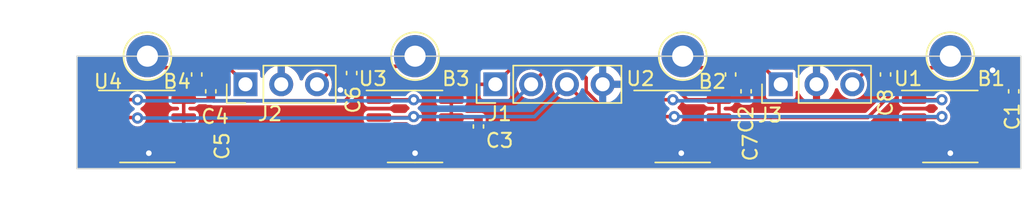
<source format=kicad_pcb>
(kicad_pcb (version 20210722) (generator pcbnew)
  (title_block (title "SDKK-LII-500-SB1") (date "2021-07-26") (rev "1") (company "FSCK.PL") (comment 1 "PCB thickness 0.6 mm"))
  (layers (0 "F.Cu" signal) (31 "B.Cu" signal) (34 "B.Paste" user) (35 "F.Paste" user) (36 "B.SilkS" user "B.Silkscreen") (37 "F.SilkS" user "F.Silkscreen") (38 "B.Mask" user) (39 "F.Mask" user) (44 "Edge.Cuts" user))
  (net 0 "")
  (net 1 "/SDA")
  (net 2 "/SCL")
  (net 3 "GND")
  (net 4 "VDD")
  (net 5 "Net-(J2-Pad1)")
  (net 6 "Net-(J2-Pad3)")
  (net 7 "Net-(J3-Pad1)")
  (net 8 "Net-(J3-Pad3)")
  (footprint "Connector_PinHeader_2.54mm:PinHeader_1x04_P2.54mm_Vertical" (layer "F.Cu") (at 129.7 102 90)
    (fp_text reference "J1" (at -2.1 0.3 180) (layer "F.SilkS"))
    (fp_text value "BUS" hide)
    (fp_line (start -1.33 0) (end -1.33 -1.33) (layer "F.SilkS") (width 0.12))
    (fp_line (start 1.33 1.27) (end 1.33 8.95) (layer "F.SilkS") (width 0.12))
    (fp_line (start -1.33 1.27) (end 1.33 1.27) (layer "F.SilkS") (width 0.12))
    (fp_line (start -1.33 1.27) (end -1.33 8.95) (layer "F.SilkS") (width 0.12))
    (fp_line (start -1.33 8.95) (end 1.33 8.95) (layer "F.SilkS") (width 0.12))
    (fp_line (start -1.33 -1.33) (end 0 -1.33) (layer "F.SilkS") (width 0.12))
    (pad "1" thru_hole rect locked (at 0 0 90) (size 1.7 1.7) (drill 1) (layers *.Cu *.Mask) (net 4 "VDD"))
    (pad "2" thru_hole oval locked (at 0 2.54 90) (size 1.7 1.7) (drill 1) (layers *.Cu *.Mask) (net 1 "/SDA"))
    (pad "3" thru_hole oval locked (at 0 5.08 90) (size 1.7 1.7) (drill 1) (layers *.Cu *.Mask) (net 2 "/SCL"))
    (pad "4" thru_hole oval locked (at 0 7.62 90) (size 1.7 1.7) (drill 1) (layers *.Cu *.Mask) (net 3 "GND"))
  )
  (footprint "TestPoint:TestPoint_Loop_D2.54mm_Drill1.5mm_Beaded" (layer "F.Cu") (at 143 100)
    (fp_text reference "TP2" hide)
    (fp_text value "B2" hide)
    (fp_circle (center 0 0) (end 1.7 0) (layer "F.SilkS") (width 0.12) (fill none))
    (pad "1" thru_hole circle locked (at 0 0) (size 3 3) (drill 1.5) (layers *.Cu *.Mask) (net 7 "Net-(J3-Pad1)"))
  )
  (footprint "Capacitor_SMD:C_0402_1005Metric" (layer "F.Cu") (at 119.5 101.2 90)
    (fp_text reference "C6" (at -1.9 0.1 90) (layer "F.SilkS"))
    (fp_text value "100n" hide)
    (fp_line (start -0.107836 -0.36) (end 0.107836 -0.36) (layer "F.SilkS") (width 0.12))
    (fp_line (start -0.107836 0.36) (end 0.107836 0.36) (layer "F.SilkS") (width 0.12))
    (pad "1" smd roundrect locked (at -0.48 0 90) (size 0.56 0.62) (layers "F.Cu" "F.Paste" "F.Mask") (net 3 "GND"))
    (pad "2" smd roundrect locked (at 0.48 0 90) (size 0.56 0.62) (layers "F.Cu" "F.Paste" "F.Mask") (net 6 "Net-(J2-Pad3)"))
  )
  (footprint "Connector_PinHeader_2.54mm:PinHeader_1x03_P2.54mm_Vertical" (layer "F.Cu") (at 111.96 102 90)
    (fp_text reference "J2" (at -2.1 1.74 180) (layer "F.SilkS"))
    (fp_text value "B4_B3" hide)
    (fp_line (start -1.33 1.27) (end -1.33 6.41) (layer "F.SilkS") (width 0.12))
    (fp_line (start -1.33 -1.33) (end 0 -1.33) (layer "F.SilkS") (width 0.12))
    (fp_line (start -1.33 1.27) (end 1.33 1.27) (layer "F.SilkS") (width 0.12))
    (fp_line (start 1.33 1.27) (end 1.33 6.41) (layer "F.SilkS") (width 0.12))
    (fp_line (start -1.33 0) (end -1.33 -1.33) (layer "F.SilkS") (width 0.12))
    (fp_line (start -1.33 6.41) (end 1.33 6.41) (layer "F.SilkS") (width 0.12))
    (pad "1" thru_hole rect locked (at 0 0 90) (size 1.7 1.7) (drill 1) (layers *.Cu *.Mask) (net 5 "Net-(J2-Pad1)"))
    (pad "2" thru_hole oval locked (at 0 2.54 90) (size 1.7 1.7) (drill 1) (layers *.Cu *.Mask) (net 3 "GND"))
    (pad "3" thru_hole oval locked (at 0 5.08 90) (size 1.7 1.7) (drill 1) (layers *.Cu *.Mask) (net 6 "Net-(J2-Pad3)"))
  )
  (footprint "Capacitor_SMD:C_0402_1005Metric" (layer "F.Cu") (at 146.4 101.3 -90)
    (fp_text reference "C7" (at 5.2 -1.4 90) (layer "F.SilkS"))
    (fp_text value "100n" hide)
    (fp_line (start -0.107836 -0.36) (end 0.107836 -0.36) (layer "F.SilkS") (width 0.12))
    (fp_line (start -0.107836 0.36) (end 0.107836 0.36) (layer "F.SilkS") (width 0.12))
    (pad "1" smd roundrect locked (at -0.48 0 270) (size 0.56 0.62) (layers "F.Cu" "F.Paste" "F.Mask") (net 7 "Net-(J3-Pad1)"))
    (pad "2" smd roundrect locked (at 0.48 0 270) (size 0.56 0.62) (layers "F.Cu" "F.Paste" "F.Mask") (net 3 "GND"))
  )
  (footprint "Package_SO:SO-8_3.9x4.9mm_P1.27mm" (layer "F.Cu") (at 124 105)
    (fp_text reference "U3" (at -3 -3.4) (layer "F.SilkS"))
    (fp_text value "TMP75" hide)
    (fp_line (start 0 2.56) (end 1.95 2.56) (layer "F.SilkS") (width 0.12))
    (fp_line (start 0 2.56) (end -1.95 2.56) (layer "F.SilkS") (width 0.12))
    (fp_line (start 0 -2.56) (end -3.45 -2.56) (layer "F.SilkS") (width 0.12))
    (fp_line (start 0 -2.56) (end 1.95 -2.56) (layer "F.SilkS") (width 0.12))
    (pad "1" smd roundrect locked (at -2.575 -1.905) (size 1.75 0.6) (layers "F.Cu" "F.Paste" "F.Mask") (net 1 "/SDA"))
    (pad "2" smd roundrect locked (at -2.575 -0.635) (size 1.75 0.6) (layers "F.Cu" "F.Paste" "F.Mask") (net 2 "/SCL"))
    (pad "3" smd roundrect locked (at -2.575 0.635) (size 1.75 0.6) (layers "F.Cu" "F.Paste" "F.Mask"))
    (pad "4" smd roundrect locked (at -2.575 1.905) (size 1.75 0.6) (layers "F.Cu" "F.Paste" "F.Mask") (net 3 "GND"))
    (pad "5" smd roundrect locked (at 2.575 1.905) (size 1.75 0.6) (layers "F.Cu" "F.Paste" "F.Mask") (net 3 "GND"))
    (pad "6" smd roundrect locked (at 2.575 0.635) (size 1.75 0.6) (layers "F.Cu" "F.Paste" "F.Mask") (net 4 "VDD"))
    (pad "7" smd roundrect locked (at 2.575 -0.635) (size 1.75 0.6) (layers "F.Cu" "F.Paste" "F.Mask") (net 4 "VDD"))
    (pad "8" smd roundrect locked (at 2.575 -1.905) (size 1.75 0.6) (layers "F.Cu" "F.Paste" "F.Mask") (net 4 "VDD"))
  )
  (footprint "TestPoint:TestPoint_Loop_D2.54mm_Drill1.5mm_Beaded" (layer "F.Cu") (at 105 100)
    (fp_text reference "TP4" hide)
    (fp_text value "B4" hide)
    (fp_circle (center 0 0) (end 1.7 0) (layer "F.SilkS") (width 0.12) (fill none))
    (pad "1" thru_hole circle locked (at 0 0) (size 3 3) (drill 1.5) (layers *.Cu *.Mask) (net 5 "Net-(J2-Pad1)"))
  )
  (footprint "Capacitor_SMD:C_0402_1005Metric" (layer "F.Cu") (at 166.5 102.5 90)
    (fp_text reference "C1" (at -1.8 -0.1 90) (layer "F.SilkS"))
    (fp_text value "100n" hide)
    (fp_line (start -0.107836 0.36) (end 0.107836 0.36) (layer "F.SilkS") (width 0.12))
    (fp_line (start -0.107836 -0.36) (end 0.107836 -0.36) (layer "F.SilkS") (width 0.12))
    (pad "1" smd roundrect locked (at -0.48 0 90) (size 0.56 0.62) (layers "F.Cu" "F.Paste" "F.Mask") (net 4 "VDD"))
    (pad "2" smd roundrect locked (at 0.48 0 90) (size 0.56 0.62) (layers "F.Cu" "F.Paste" "F.Mask") (net 3 "GND"))
  )
  (footprint "Capacitor_SMD:C_0402_1005Metric" (layer "F.Cu") (at 128.5 105 -90)
    (fp_text reference "C3" (at 1 -1.5 180) (layer "F.SilkS"))
    (fp_text value "100n" hide)
    (fp_line (start -0.107836 -0.36) (end 0.107836 -0.36) (layer "F.SilkS") (width 0.12))
    (fp_line (start -0.107836 0.36) (end 0.107836 0.36) (layer "F.SilkS") (width 0.12))
    (pad "1" smd roundrect locked (at -0.48 0 270) (size 0.56 0.62) (layers "F.Cu" "F.Paste" "F.Mask") (net 4 "VDD"))
    (pad "2" smd roundrect locked (at 0.48 0 270) (size 0.56 0.62) (layers "F.Cu" "F.Paste" "F.Mask") (net 3 "GND"))
  )
  (footprint "Package_SO:SO-8_3.9x4.9mm_P1.27mm" (layer "F.Cu") (at 143 105)
    (fp_text reference "U2" (at -3 -3.4) (layer "F.SilkS"))
    (fp_text value "TMP75" hide)
    (fp_line (start 0 2.56) (end -1.95 2.56) (layer "F.SilkS") (width 0.12))
    (fp_line (start 0 -2.56) (end -3.45 -2.56) (layer "F.SilkS") (width 0.12))
    (fp_line (start 0 -2.56) (end 1.95 -2.56) (layer "F.SilkS") (width 0.12))
    (fp_line (start 0 2.56) (end 1.95 2.56) (layer "F.SilkS") (width 0.12))
    (pad "1" smd roundrect locked (at -2.575 -1.905) (size 1.75 0.6) (layers "F.Cu" "F.Paste" "F.Mask") (net 1 "/SDA"))
    (pad "2" smd roundrect locked (at -2.575 -0.635) (size 1.75 0.6) (layers "F.Cu" "F.Paste" "F.Mask") (net 2 "/SCL"))
    (pad "3" smd roundrect locked (at -2.575 0.635) (size 1.75 0.6) (layers "F.Cu" "F.Paste" "F.Mask"))
    (pad "4" smd roundrect locked (at -2.575 1.905) (size 1.75 0.6) (layers "F.Cu" "F.Paste" "F.Mask") (net 3 "GND"))
    (pad "5" smd roundrect locked (at 2.575 1.905) (size 1.75 0.6) (layers "F.Cu" "F.Paste" "F.Mask") (net 3 "GND"))
    (pad "6" smd roundrect locked (at 2.575 0.635) (size 1.75 0.6) (layers "F.Cu" "F.Paste" "F.Mask") (net 3 "GND"))
    (pad "7" smd roundrect locked (at 2.575 -0.635) (size 1.75 0.6) (layers "F.Cu" "F.Paste" "F.Mask") (net 4 "VDD"))
    (pad "8" smd roundrect locked (at 2.575 -1.905) (size 1.75 0.6) (layers "F.Cu" "F.Paste" "F.Mask") (net 4 "VDD"))
  )
  (footprint "Capacitor_SMD:C_0402_1005Metric" (layer "F.Cu") (at 147.5 102.5 90)
    (fp_text reference "C2" (at -2 0 90) (layer "F.SilkS"))
    (fp_text value "100n" hide)
    (fp_line (start -0.107836 0.36) (end 0.107836 0.36) (layer "F.SilkS") (width 0.12))
    (fp_line (start -0.107836 -0.36) (end 0.107836 -0.36) (layer "F.SilkS") (width 0.12))
    (pad "1" smd roundrect locked (at -0.48 0 90) (size 0.56 0.62) (layers "F.Cu" "F.Paste" "F.Mask") (net 4 "VDD"))
    (pad "2" smd roundrect locked (at 0.48 0 90) (size 0.56 0.62) (layers "F.Cu" "F.Paste" "F.Mask") (net 3 "GND"))
  )
  (footprint "Package_SO:SO-8_3.9x4.9mm_P1.27mm" (layer "F.Cu") (at 105 105)
    (fp_text reference "U4" (at -2.8 -3.2) (layer "F.SilkS"))
    (fp_text value "TMP75" hide)
    (fp_line (start 0 2.56) (end 1.95 2.56) (layer "F.SilkS") (width 0.12))
    (fp_line (start 0 -2.56) (end 1.95 -2.56) (layer "F.SilkS") (width 0.12))
    (fp_line (start 0 2.56) (end -1.95 2.56) (layer "F.SilkS") (width 0.12))
    (fp_line (start 0 -2.56) (end -3.45 -2.56) (layer "F.SilkS") (width 0.12))
    (pad "1" smd roundrect locked (at -2.575 -1.905) (size 1.75 0.6) (layers "F.Cu" "F.Paste" "F.Mask") (net 1 "/SDA"))
    (pad "2" smd roundrect locked (at -2.575 -0.635) (size 1.75 0.6) (layers "F.Cu" "F.Paste" "F.Mask") (net 2 "/SCL"))
    (pad "3" smd roundrect locked (at -2.575 0.635) (size 1.75 0.6) (layers "F.Cu" "F.Paste" "F.Mask"))
    (pad "4" smd roundrect locked (at -2.575 1.905) (size 1.75 0.6) (layers "F.Cu" "F.Paste" "F.Mask") (net 3 "GND"))
    (pad "5" smd roundrect locked (at 2.575 1.905) (size 1.75 0.6) (layers "F.Cu" "F.Paste" "F.Mask") (net 4 "VDD"))
    (pad "6" smd roundrect locked (at 2.575 0.635) (size 1.75 0.6) (layers "F.Cu" "F.Paste" "F.Mask") (net 4 "VDD"))
    (pad "7" smd roundrect locked (at 2.575 -0.635) (size 1.75 0.6) (layers "F.Cu" "F.Paste" "F.Mask") (net 4 "VDD"))
    (pad "8" smd roundrect locked (at 2.575 -1.905) (size 1.75 0.6) (layers "F.Cu" "F.Paste" "F.Mask") (net 4 "VDD"))
  )
  (footprint "TestPoint:TestPoint_Loop_D2.54mm_Drill1.5mm_Beaded" (layer "F.Cu") (at 124 100)
    (fp_text reference "TP3" hide)
    (fp_text value "B3" hide)
    (fp_circle (center 0 0) (end 1.7 0) (layer "F.SilkS") (width 0.12) (fill none))
    (pad "1" thru_hole circle locked (at 0 0) (size 3 3) (drill 1.5) (layers *.Cu *.Mask) (net 6 "Net-(J2-Pad3)"))
  )
  (footprint "Capacitor_SMD:C_0402_1005Metric" (layer "F.Cu") (at 108.5 101.3 90)
    (fp_text reference "C5" (at -5.1 1.8 90) (layer "F.SilkS"))
    (fp_text value "100n" hide)
    (fp_line (start -0.107836 -0.36) (end 0.107836 -0.36) (layer "F.SilkS") (width 0.12))
    (fp_line (start -0.107836 0.36) (end 0.107836 0.36) (layer "F.SilkS") (width 0.12))
    (pad "1" smd roundrect locked (at -0.48 0 90) (size 0.56 0.62) (layers "F.Cu" "F.Paste" "F.Mask") (net 3 "GND"))
    (pad "2" smd roundrect locked (at 0.48 0 90) (size 0.56 0.62) (layers "F.Cu" "F.Paste" "F.Mask") (net 5 "Net-(J2-Pad1)"))
  )
  (footprint "Connector_PinHeader_2.54mm:PinHeader_1x03_P2.54mm_Vertical" (layer "F.Cu") (at 149.96 102 90)
    (fp_text reference "J3" (at -2.2 -0.76 180) (layer "F.SilkS"))
    (fp_text value "B2_B1" hide)
    (fp_line (start -1.33 0) (end -1.33 -1.33) (layer "F.SilkS") (width 0.12))
    (fp_line (start -1.33 6.41) (end 1.33 6.41) (layer "F.SilkS") (width 0.12))
    (fp_line (start -1.33 1.27) (end 1.33 1.27) (layer "F.SilkS") (width 0.12))
    (fp_line (start -1.33 1.27) (end -1.33 6.41) (layer "F.SilkS") (width 0.12))
    (fp_line (start -1.33 -1.33) (end 0 -1.33) (layer "F.SilkS") (width 0.12))
    (fp_line (start 1.33 1.27) (end 1.33 6.41) (layer "F.SilkS") (width 0.12))
    (pad "1" thru_hole rect locked (at 0 0 90) (size 1.7 1.7) (drill 1) (layers *.Cu *.Mask) (net 7 "Net-(J3-Pad1)"))
    (pad "2" thru_hole oval locked (at 0 2.54 90) (size 1.7 1.7) (drill 1) (layers *.Cu *.Mask) (net 3 "GND"))
    (pad "3" thru_hole oval locked (at 0 5.08 90) (size 1.7 1.7) (drill 1) (layers *.Cu *.Mask) (net 8 "Net-(J3-Pad3)"))
  )
  (footprint "Package_SO:SO-8_3.9x4.9mm_P1.27mm" (layer "F.Cu") (at 162 105)
    (fp_text reference "U1" (at -3 -3.4) (layer "F.SilkS"))
    (fp_text value "TMP75" hide)
    (fp_line (start 0 -2.56) (end -3.45 -2.56) (layer "F.SilkS") (width 0.12))
    (fp_line (start 0 2.56) (end 1.95 2.56) (layer "F.SilkS") (width 0.12))
    (fp_line (start 0 -2.56) (end 1.95 -2.56) (layer "F.SilkS") (width 0.12))
    (fp_line (start 0 2.56) (end -1.95 2.56) (layer "F.SilkS") (width 0.12))
    (pad "1" smd roundrect locked (at -2.575 -1.905) (size 1.75 0.6) (layers "F.Cu" "F.Paste" "F.Mask") (net 1 "/SDA"))
    (pad "2" smd roundrect locked (at -2.575 -0.635) (size 1.75 0.6) (layers "F.Cu" "F.Paste" "F.Mask") (net 2 "/SCL"))
    (pad "3" smd roundrect locked (at -2.575 0.635) (size 1.75 0.6) (layers "F.Cu" "F.Paste" "F.Mask"))
    (pad "4" smd roundrect locked (at -2.575 1.905) (size 1.75 0.6) (layers "F.Cu" "F.Paste" "F.Mask") (net 3 "GND"))
    (pad "5" smd roundrect locked (at 2.575 1.905) (size 1.75 0.6) (layers "F.Cu" "F.Paste" "F.Mask") (net 3 "GND"))
    (pad "6" smd roundrect locked (at 2.575 0.635) (size 1.75 0.6) (layers "F.Cu" "F.Paste" "F.Mask") (net 3 "GND"))
    (pad "7" smd roundrect locked (at 2.575 -0.635) (size 1.75 0.6) (layers "F.Cu" "F.Paste" "F.Mask") (net 3 "GND"))
    (pad "8" smd roundrect locked (at 2.575 -1.905) (size 1.75 0.6) (layers "F.Cu" "F.Paste" "F.Mask") (net 4 "VDD"))
  )
  (footprint "Capacitor_SMD:C_0402_1005Metric" (layer "F.Cu") (at 157.4 101.3 -90)
    (fp_text reference "C8" (at 2 0 90) (layer "F.SilkS"))
    (fp_text value "100n" hide)
    (fp_line (start -0.107836 -0.36) (end 0.107836 -0.36) (layer "F.SilkS") (width 0.12))
    (fp_line (start -0.107836 0.36) (end 0.107836 0.36) (layer "F.SilkS") (width 0.12))
    (pad "1" smd roundrect locked (at -0.48 0 270) (size 0.56 0.62) (layers "F.Cu" "F.Paste" "F.Mask") (net 8 "Net-(J3-Pad3)"))
    (pad "2" smd roundrect locked (at 0.48 0 270) (size 0.56 0.62) (layers "F.Cu" "F.Paste" "F.Mask") (net 3 "GND"))
  )
  (footprint "TestPoint:TestPoint_Loop_D2.54mm_Drill1.5mm_Beaded" (layer "F.Cu") (at 162 100)
    (fp_text reference "TP1" hide)
    (fp_text value "B1" hide)
    (fp_circle (center 0 0) (end 1.7 0) (layer "F.SilkS") (width 0.12) (fill none))
    (pad "1" thru_hole circle locked (at 0 0) (size 3 3) (drill 1.5) (layers *.Cu *.Mask) (net 8 "Net-(J3-Pad3)"))
  )
  (footprint "Capacitor_SMD:C_0402_1005Metric" (layer "F.Cu") (at 109.5 102.5 90)
    (fp_text reference "C4" (at -1.8 0.3 180) (layer "F.SilkS"))
    (fp_text value "100n" hide)
    (fp_line (start -0.107836 0.36) (end 0.107836 0.36) (layer "F.SilkS") (width 0.12))
    (fp_line (start -0.107836 -0.36) (end 0.107836 -0.36) (layer "F.SilkS") (width 0.12))
    (pad "1" smd roundrect locked (at -0.48 0 90) (size 0.56 0.62) (layers "F.Cu" "F.Paste" "F.Mask") (net 4 "VDD"))
    (pad "2" smd roundrect locked (at 0.48 0 90) (size 0.56 0.62) (layers "F.Cu" "F.Paste" "F.Mask") (net 3 "GND"))
  )
  (gr_rect (start 100 100) (end 167 108) (layer "Edge.Cuts") (width 0.1) (fill none))
  (gr_text "B3" (at 126.9 101.6) (layer "F.SilkS") (effects (font (size 1 1))))
  (gr_text "B1" (at 164.9 101.6) (layer "F.SilkS") (effects (font (size 1 1))))
  (gr_text "B2" (at 145.1 101.8) (layer "F.SilkS") (effects (font (size 1 1))))
  (gr_text "B4" (at 107.1 101.8) (layer "F.SilkS") (effects (font (size 1 1))))
  (segment (start 133.414511 100.825489) (end 132.24 102) (width 0.25) (layer "F.Cu") (net 1))
  (segment (start 123.9 103.1) (end 121.43 103.1) (width 0.25) (layer "F.Cu") (net 1))
  (segment (start 161.395 103.095) (end 161.4 103.1) (width 0.25) (layer "F.Cu") (net 1))
  (segment (start 140.425 103.095) (end 140.125 103.395) (width 0.25) (layer "F.Cu") (net 1))
  (segment (start 121.43 103.1) (end 121.425 103.095) (width 0.25) (layer "F.Cu") (net 1))
  (segment (start 140.43 103.1) (end 140.425 103.095) (width 0.25) (layer "F.Cu") (net 1))
  (segment (start 102.425 103.095) (end 104.295 103.095) (width 0.25) (layer "F.Cu") (net 1))
  (segment (start 136.145489 102.486499) (end 136.145489 101.545489) (width 0.25) (layer "F.Cu") (net 1))
  (segment (start 104.295 103.095) (end 104.3 103.1) (width 0.25) (layer "F.Cu") (net 1))
  (segment (start 137.05399 103.395) (end 136.145489 102.486499) (width 0.25) (layer "F.Cu") (net 1))
  (segment (start 135.425489 100.825489) (end 133.414511 100.825489) (width 0.25) (layer "F.Cu") (net 1))
  (segment (start 140.125 103.395) (end 137.05399 103.395) (width 0.25) (layer "F.Cu") (net 1))
  (segment (start 136.145489 101.545489) (end 135.425489 100.825489) (width 0.25) (layer "F.Cu") (net 1))
  (segment (start 159.425 103.095) (end 161.395 103.095) (width 0.25) (layer "F.Cu") (net 1))
  (segment (start 142.3 103.1) (end 140.43 103.1) (width 0.25) (layer "F.Cu") (net 1))
  (via (at 123.9 103.1) (size 0.8) (drill 0.4) (layers "F.Cu" "B.Cu") (net 1))
  (via (at 104.3 103.1) (size 0.8) (drill 0.4) (layers "F.Cu" "B.Cu") (net 1))
  (via (at 161.4 103.1) (size 0.8) (drill 0.4) (layers "F.Cu" "B.Cu") (net 1))
  (via (at 142.3 103.1) (size 0.8) (drill 0.4) (layers "F.Cu" "B.Cu") (net 1))
  (segment (start 131.065489 103.174511) (end 132.24 102) (width 0.25) (layer "B.Cu") (net 1))
  (segment (start 123.825489 103.174511) (end 123.9 103.1) (width 0.25) (layer "B.Cu") (net 1))
  (segment (start 123.974511 103.174511) (end 131.065489 103.174511) (width 0.25) (layer "B.Cu") (net 1))
  (segment (start 161.4 103.1) (end 161.325489 103.174511) (width 0.25) (layer "B.Cu") (net 1))
  (segment (start 104.3 103.1) (end 104.374511 103.174511) (width 0.25) (layer "B.Cu") (net 1))
  (segment (start 104.374511 103.174511) (end 123.825489 103.174511) (width 0.25) (layer "B.Cu") (net 1))
  (segment (start 123.9 103.1) (end 123.974511 103.174511) (width 0.25) (layer "B.Cu") (net 1))
  (segment (start 142.374511 103.174511) (end 142.3 103.1) (width 0.25) (layer "B.Cu") (net 1))
  (segment (start 161.325489 103.174511) (end 142.374511 103.174511) (width 0.25) (layer "B.Cu") (net 1))
  (segment (start 102.425 104.365) (end 104.265 104.365) (width 0.25) (layer "F.Cu") (net 2))
  (segment (start 140.49 104.3) (end 140.425 104.365) (width 0.25) (layer "F.Cu") (net 2))
  (segment (start 142.4 104.3) (end 140.49 104.3) (width 0.25) (layer "F.Cu") (net 2))
  (segment (start 159.425 104.365) (end 161.335 104.365) (width 0.25) (layer "F.Cu") (net 2))
  (segment (start 123.835 104.365) (end 121.425 104.365) (width 0.25) (layer "F.Cu") (net 2))
  (segment (start 104.265 104.365) (end 104.3 104.4) (width 0.25) (layer "F.Cu") (net 2))
  (segment (start 140.425 104.365) (end 137.145 104.365) (width 0.25) (layer "F.Cu") (net 2))
  (segment (start 161.335 104.365) (end 161.4 104.3) (width 0.25) (layer "F.Cu") (net 2))
  (segment (start 137.145 104.365) (end 134.78 102) (width 0.25) (layer "F.Cu") (net 2))
  (segment (start 123.9 104.3) (end 123.835 104.365) (width 0.25) (layer "F.Cu") (net 2))
  (via (at 142.4 104.3) (size 0.8) (drill 0.4) (layers "F.Cu" "B.Cu") (net 2))
  (via (at 123.9 104.3) (size 0.8) (drill 0.4) (layers "F.Cu" "B.Cu") (net 2))
  (via (at 161.4 104.3) (size 0.8) (drill 0.4) (layers "F.Cu" "B.Cu") (net 2))
  (via (at 104.3 104.4) (size 0.8) (drill 0.4) (layers "F.Cu" "B.Cu") (net 2))
  (segment (start 123.9 104.3) (end 132.48 104.3) (width 0.25) (layer "B.Cu") (net 2))
  (segment (start 132.48 104.3) (end 134.78 102) (width 0.25) (layer "B.Cu") (net 2))
  (segment (start 161.4 104.3) (end 142.4 104.3) (width 0.25) (layer "B.Cu") (net 2))
  (segment (start 123.8 104.4) (end 123.9 104.3) (width 0.25) (layer "B.Cu") (net 2))
  (segment (start 104.3 104.4) (end 123.8 104.4) (width 0.25) (layer "B.Cu") (net 2))
  (segment (start 147.26 101.78) (end 147.5 102.02) (width 0.25) (layer "F.Cu") (net 3))
  (via (at 105.1 106.9) (size 0.8) (drill 0.4) (layers "F.Cu" "B.Cu") (net 3))
  (via (at 165 101) (size 0.8) (drill 0.4) (layers "F.Cu" "B.Cu") (net 3))
  (via (at 142.9 106.9) (size 0.8) (drill 0.4) (layers "F.Cu" "B.Cu") (net 3))
  (via (at 118.7 102.4) (size 0.8) (drill 0.4) (layers "F.Cu" "B.Cu") (net 3))
  (via (at 124 106.9) (size 0.8) (drill 0.4) (layers "F.Cu" "B.Cu") (net 3))
  (via (at 162 106.9) (size 0.8) (drill 0.4) (layers "F.Cu" "B.Cu") (net 3))
  (segment (start 131.324031 100.375969) (end 140.600583 100.375969) (width 0.25) (layer "F.Cu") (net 4))
  (segment (start 140.600583 100.375969) (end 143.319614 103.095) (width 0.25) (layer "F.Cu") (net 4))
  (segment (start 163.68 102.2) (end 158.3 102.2) (width 0.25) (layer "F.Cu") (net 4))
  (segment (start 166.385 103.095) (end 166.5 102.98) (width 0.25) (layer "F.Cu") (net 4))
  (segment (start 125.48 102) (end 129.7 102) (width 0.25) (layer "F.Cu") (net 4))
  (segment (start 126.575 104.365) (end 128.345 104.365) (width 0.25) (layer "F.Cu") (net 4))
  (segment (start 143.319614 103.095) (end 145.575 103.095) (width 0.25) (layer "F.Cu") (net 4))
  (segment (start 128.345 104.365) (end 128.5 104.52) (width 0.25) (layer "F.Cu") (net 4))
  (segment (start 126.575 103.095) (end 126.575 104.365) (width 0.25) (layer "F.Cu") (net 4))
  (segment (start 158.3 102.2) (end 156.135 104.365) (width 0.25) (layer "F.Cu") (net 4))
  (segment (start 164.575 103.095) (end 166.385 103.095) (width 0.25) (layer "F.Cu") (net 4))
  (segment (start 107.575 104.365) (end 107.575 103.095) (width 0.25) (layer "F.Cu") (net 4))
  (segment (start 107.575 105.635) (end 107.575 104.365) (width 0.25) (layer "F.Cu") (net 4))
  (segment (start 125.48 102) (end 126.575 103.095) (width 0.25) (layer "F.Cu") (net 4))
  (segment (start 145.575 103.095) (end 145.575 104.365) (width 0.25) (layer "F.Cu") (net 4))
  (segment (start 107.575 105.635) (end 107.575 106.905) (width 0.25) (layer "F.Cu") (net 4))
  (segment (start 119.025489 103.174511) (end 120.2 102) (width 0.25) (layer "F.Cu") (net 4))
  (segment (start 120.2 102) (end 125.48 102) (width 0.25) (layer "F.Cu") (net 4))
  (segment (start 107.575 103.095) (end 109.385 103.095) (width 0.25) (layer "F.Cu") (net 4))
  (segment (start 109.694511 103.174511) (end 119.025489 103.174511) (width 0.25) (layer "F.Cu") (net 4))
  (segment (start 156.135 104.365) (end 145.575 104.365) (width 0.25) (layer "F.Cu") (net 4))
  (segment (start 109.385 103.095) (end 109.5 102.98) (width 0.25) (layer "F.Cu") (net 4))
  (segment (start 145.69 102.98) (end 145.575 103.095) (width 0.25) (layer "F.Cu") (net 4))
  (segment (start 129.7 102) (end 131.324031 100.375969) (width 0.25) (layer "F.Cu") (net 4))
  (segment (start 126.575 105.635) (end 126.575 104.365) (width 0.25) (layer "F.Cu") (net 4))
  (segment (start 109.5 102.98) (end 109.694511 103.174511) (width 0.25) (layer "F.Cu") (net 4))
  (segment (start 147.5 102.98) (end 145.69 102.98) (width 0.25) (layer "F.Cu") (net 4))
  (segment (start 164.575 103.095) (end 163.68 102.2) (width 0.25) (layer "F.Cu") (net 4))
  (segment (start 110.78 100.82) (end 108.5 100.82) (width 0.25) (layer "F.Cu") (net 5))
  (segment (start 108.5 100.82) (end 105.69498 100.82) (width 0.25) (layer "F.Cu") (net 5))
  (segment (start 111.96 102) (end 110.78 100.82) (width 0.25) (layer "F.Cu") (net 5))
  (segment (start 105.69498 100.82) (end 105 100.12502) (width 0.25) (layer "F.Cu") (net 5))
  (segment (start 118.34 100.7) (end 119.1 100.7) (width 0.25) (layer "F.Cu") (net 6))
  (segment (start 119.5 100.72) (end 123.40502 100.72) (width 0.25) (layer "F.Cu") (net 6))
  (segment (start 117.04 102) (end 118.34 100.7) (width 0.25) (layer "F.Cu") (net 6))
  (segment (start 119.5 100.72) (end 119.12 100.72) (width 0.25) (layer "F.Cu") (net 6))
  (segment (start 119.12 100.72) (end 119.1 100.7) (width 0.25) (layer "F.Cu") (net 6))
  (segment (start 123.40502 100.72) (end 124 100.12502) (width 0.25) (layer "F.Cu") (net 6))
  (segment (start 119.5 100.72) (end 119.5 100.71004) (width 0.25) (layer "F.Cu") (net 6))
  (segment (start 148.78 100.82) (end 146.4 100.82) (width 0.25) (layer "F.Cu") (net 7))
  (segment (start 143.69498 100.82) (end 143 100.12502) (width 0.25) (layer "F.Cu") (net 7))
  (segment (start 146.4 100.82) (end 143.69498 100.82) (width 0.25) (layer "F.Cu") (net 7))
  (segment (start 149.96 102) (end 148.78 100.82) (width 0.25) (layer "F.Cu") (net 7))
  (segment (start 157.4 100.82) (end 161.30502 100.82) (width 0.25) (layer "F.Cu") (net 8))
  (segment (start 161.30502 100.82) (end 162 100.12502) (width 0.25) (layer "F.Cu") (net 8))
  (segment (start 156.22 100.82) (end 157.4 100.82) (width 0.25) (layer "F.Cu") (net 8))
  (segment (start 155.04 102) (end 156.22 100.82) (width 0.25) (layer "F.Cu") (net 8))
  (zone (net 3) (net_name "GND") (layers F&B.Cu) (name "GND") (connect_pads (clearance 0)) (min_thickness 0.254) (fill yes (thermal_gap 0.508) (thermal_bridge_width 0.508))
    (polygon (pts (xy 167 108) (xy 100 108) (xy 100 100) (xy 167 100)))
  )
)
</source>
